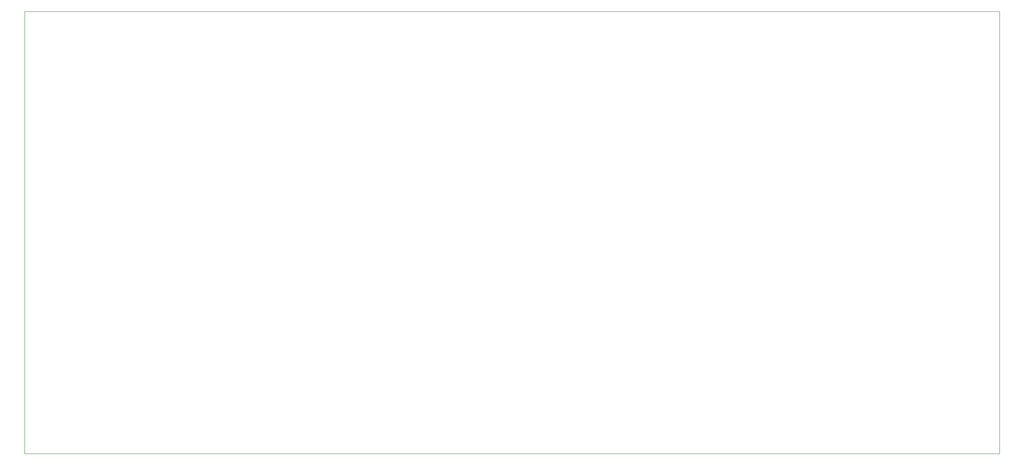
<source format=gbr>
G04 #@! TF.FileFunction,Profile,NP*
%FSLAX46Y46*%
G04 Gerber Fmt 4.6, Leading zero omitted, Abs format (unit mm)*
G04 Created by KiCad (PCBNEW 4.0.6) date 03/02/20 07:40:08*
%MOMM*%
%LPD*%
G01*
G04 APERTURE LIST*
%ADD10C,0.100000*%
G04 APERTURE END LIST*
D10*
X219410280Y-36281360D02*
X24447500Y-36322000D01*
X219430600Y-124759720D02*
X219410280Y-36281360D01*
X24447500Y-124777500D02*
X219430600Y-124759720D01*
X24447500Y-36322000D02*
X24447500Y-124777500D01*
M02*

</source>
